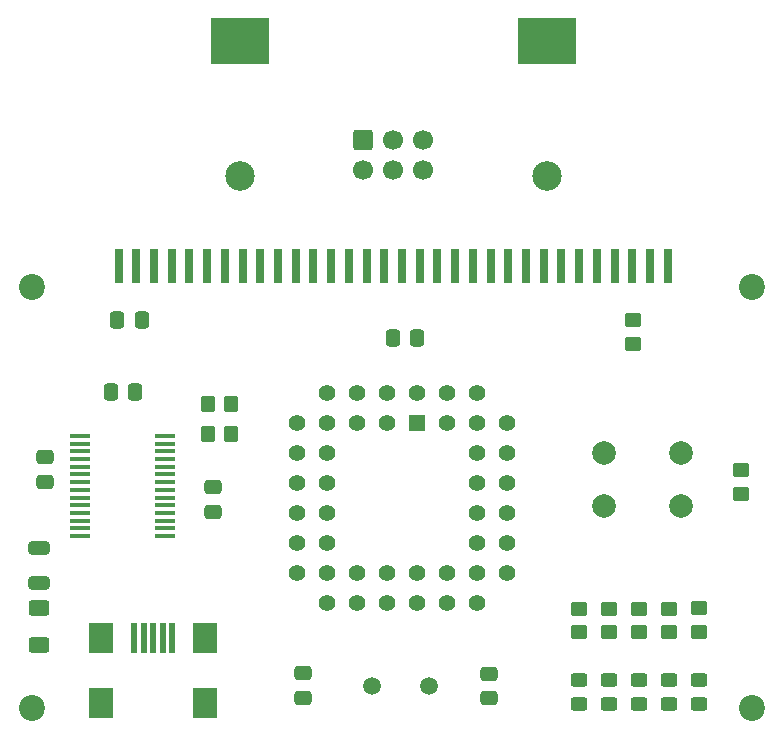
<source format=gbr>
%TF.GenerationSoftware,KiCad,Pcbnew,7.0.10*%
%TF.CreationDate,2024-03-24T11:08:13+01:00*%
%TF.ProjectId,dmg-gbc-cartridge-reader.kicad_pro,646d672d-6762-4632-9d63-617274726964,rev?*%
%TF.SameCoordinates,Original*%
%TF.FileFunction,Soldermask,Top*%
%TF.FilePolarity,Negative*%
%FSLAX46Y46*%
G04 Gerber Fmt 4.6, Leading zero omitted, Abs format (unit mm)*
G04 Created by KiCad (PCBNEW 7.0.10) date 2024-03-24 11:08:13*
%MOMM*%
%LPD*%
G01*
G04 APERTURE LIST*
G04 Aperture macros list*
%AMRoundRect*
0 Rectangle with rounded corners*
0 $1 Rounding radius*
0 $2 $3 $4 $5 $6 $7 $8 $9 X,Y pos of 4 corners*
0 Add a 4 corners polygon primitive as box body*
4,1,4,$2,$3,$4,$5,$6,$7,$8,$9,$2,$3,0*
0 Add four circle primitives for the rounded corners*
1,1,$1+$1,$2,$3*
1,1,$1+$1,$4,$5*
1,1,$1+$1,$6,$7*
1,1,$1+$1,$8,$9*
0 Add four rect primitives between the rounded corners*
20,1,$1+$1,$2,$3,$4,$5,0*
20,1,$1+$1,$4,$5,$6,$7,0*
20,1,$1+$1,$6,$7,$8,$9,0*
20,1,$1+$1,$8,$9,$2,$3,0*%
G04 Aperture macros list end*
%ADD10R,0.750000X3.000000*%
%ADD11C,2.500000*%
%ADD12R,5.000000X4.000000*%
%ADD13RoundRect,0.250000X-0.475000X0.337500X-0.475000X-0.337500X0.475000X-0.337500X0.475000X0.337500X0*%
%ADD14RoundRect,0.250000X-0.337500X-0.475000X0.337500X-0.475000X0.337500X0.475000X-0.337500X0.475000X0*%
%ADD15RoundRect,0.250000X0.337500X0.475000X-0.337500X0.475000X-0.337500X-0.475000X0.337500X-0.475000X0*%
%ADD16RoundRect,0.250000X-0.450000X0.350000X-0.450000X-0.350000X0.450000X-0.350000X0.450000X0.350000X0*%
%ADD17RoundRect,0.250000X0.350000X0.450000X-0.350000X0.450000X-0.350000X-0.450000X0.350000X-0.450000X0*%
%ADD18RoundRect,0.250000X0.450000X-0.350000X0.450000X0.350000X-0.450000X0.350000X-0.450000X-0.350000X0*%
%ADD19RoundRect,0.250000X0.450000X-0.325000X0.450000X0.325000X-0.450000X0.325000X-0.450000X-0.325000X0*%
%ADD20R,1.422400X1.422400*%
%ADD21C,1.422400*%
%ADD22C,1.500000*%
%ADD23R,1.750000X0.450000*%
%ADD24C,2.000000*%
%ADD25C,1.700000*%
%ADD26RoundRect,0.250000X-0.600000X0.600000X-0.600000X-0.600000X0.600000X-0.600000X0.600000X0.600000X0*%
%ADD27C,0.001000*%
%ADD28R,2.000000X2.500000*%
%ADD29R,0.500000X2.500000*%
%ADD30C,2.200000*%
%ADD31RoundRect,0.249999X-0.625001X0.400001X-0.625001X-0.400001X0.625001X-0.400001X0.625001X0.400001X0*%
%ADD32RoundRect,0.249999X0.650001X-0.325001X0.650001X0.325001X-0.650001X0.325001X-0.650001X-0.325001X0*%
G04 APERTURE END LIST*
D10*
%TO.C,U1*%
X39742000Y-43228000D03*
X41242000Y-43228000D03*
X42742000Y-43228000D03*
X44242000Y-43228000D03*
X45742000Y-43228000D03*
X47242000Y-43228000D03*
X48742000Y-43228000D03*
X50242000Y-43228000D03*
X51742000Y-43228000D03*
X53242000Y-43228000D03*
X54742000Y-43228000D03*
X56242000Y-43228000D03*
X57742000Y-43228000D03*
X59242000Y-43228000D03*
X60742000Y-43228000D03*
X62242000Y-43228000D03*
X63742000Y-43228000D03*
X65242000Y-43228000D03*
X66742000Y-43228000D03*
X68242000Y-43228000D03*
X69742000Y-43228000D03*
X71242000Y-43228000D03*
X72742000Y-43228000D03*
X74242000Y-43228000D03*
X75742000Y-43228000D03*
X77242000Y-43228000D03*
X78742000Y-43228000D03*
X80242000Y-43228000D03*
X81742000Y-43228000D03*
X83242000Y-43228000D03*
X84742000Y-43228000D03*
X86242000Y-43228000D03*
D11*
X75992000Y-35528000D03*
X49992000Y-35528000D03*
D12*
X75992000Y-24128000D03*
X49992000Y-24128000D03*
%TD*%
D13*
%TO.C,C7*%
X33528000Y-59393000D03*
X33528000Y-61468000D03*
%TD*%
%TO.C,C6*%
X47752000Y-61933000D03*
X47752000Y-64008000D03*
%TD*%
D14*
%TO.C,C5*%
X62949000Y-49276000D03*
X65024000Y-49276000D03*
%TD*%
D15*
%TO.C,C4*%
X41699000Y-47752000D03*
X39624000Y-47752000D03*
%TD*%
D13*
%TO.C,C3*%
X55372000Y-77681000D03*
X55372000Y-79756000D03*
%TD*%
%TO.C,C2*%
X71120000Y-77724000D03*
X71120000Y-79799000D03*
%TD*%
D15*
%TO.C,C1*%
X41148000Y-53848000D03*
X39073000Y-53848000D03*
%TD*%
D16*
%TO.C,R9*%
X88900000Y-72168000D03*
X88900000Y-74168000D03*
%TD*%
%TO.C,R8*%
X86360000Y-72200000D03*
X86360000Y-74200000D03*
%TD*%
%TO.C,R7*%
X78740000Y-72200000D03*
X78740000Y-74200000D03*
%TD*%
%TO.C,R6*%
X83820000Y-72200000D03*
X83820000Y-74200000D03*
%TD*%
%TO.C,R5*%
X81280000Y-72200000D03*
X81280000Y-74200000D03*
%TD*%
D17*
%TO.C,R4*%
X49276000Y-57404000D03*
X47276000Y-57404000D03*
%TD*%
%TO.C,R3*%
X49276000Y-54864000D03*
X47276000Y-54864000D03*
%TD*%
D18*
%TO.C,R2*%
X92456000Y-62452000D03*
X92456000Y-60452000D03*
%TD*%
%TO.C,R1*%
X83312000Y-49784000D03*
X83312000Y-47784000D03*
%TD*%
D19*
%TO.C,D5*%
X88900000Y-80264000D03*
X88900000Y-78214000D03*
%TD*%
%TO.C,D4*%
X86360000Y-78205000D03*
X86360000Y-80255000D03*
%TD*%
%TO.C,D3*%
X78740000Y-80255000D03*
X78740000Y-78205000D03*
%TD*%
%TO.C,D2*%
X83820000Y-80255000D03*
X83820000Y-78205000D03*
%TD*%
%TO.C,D1*%
X81280000Y-80255000D03*
X81280000Y-78205000D03*
%TD*%
D20*
%TO.C,U2*%
X65024000Y-56515000D03*
D21*
X62484000Y-53975000D03*
X62484000Y-56515000D03*
X59944000Y-53975000D03*
X59944000Y-56515000D03*
X57404000Y-53975000D03*
X54864000Y-56515000D03*
X57404000Y-56515000D03*
X54864000Y-59055000D03*
X57404000Y-59055000D03*
X54864000Y-61595000D03*
X57404000Y-61595000D03*
X54864000Y-64135000D03*
X57404000Y-64135000D03*
X54864000Y-66675000D03*
X57404000Y-66675000D03*
X54864000Y-69215000D03*
X57404000Y-71755000D03*
X57404000Y-69215000D03*
X59944000Y-71755000D03*
X59944000Y-69215000D03*
X62484000Y-71755000D03*
X62484000Y-69215000D03*
X65024000Y-71755000D03*
X65024000Y-69215000D03*
X67564000Y-71755000D03*
X67564000Y-69215000D03*
X70104000Y-71755000D03*
X72644000Y-69215000D03*
X70104000Y-69215000D03*
X72644000Y-66675000D03*
X70104000Y-66675000D03*
X72644000Y-64135000D03*
X70104000Y-64135000D03*
X72644000Y-61595000D03*
X70104000Y-61595000D03*
X72644000Y-59055000D03*
X70104000Y-59055000D03*
X72644000Y-56515000D03*
X70104000Y-53975000D03*
X70104000Y-56515000D03*
X67564000Y-53975000D03*
X67564000Y-56515000D03*
X65024000Y-53975000D03*
%TD*%
D22*
%TO.C,Y1*%
X61160000Y-78740000D03*
X66040000Y-78740000D03*
%TD*%
D23*
%TO.C,U3*%
X43688000Y-57590000D03*
X43688000Y-58240000D03*
X43688000Y-58890000D03*
X43688000Y-59540000D03*
X43688000Y-60190000D03*
X43688000Y-60840000D03*
X43688000Y-61490000D03*
X43688000Y-62140000D03*
X43688000Y-62790000D03*
X43688000Y-63440000D03*
X43688000Y-64090000D03*
X43688000Y-64740000D03*
X43688000Y-65390000D03*
X43688000Y-66040000D03*
X36488000Y-66040000D03*
X36488000Y-65390000D03*
X36488000Y-64740000D03*
X36488000Y-64090000D03*
X36488000Y-63440000D03*
X36488000Y-62790000D03*
X36488000Y-62140000D03*
X36488000Y-61490000D03*
X36488000Y-60840000D03*
X36488000Y-60190000D03*
X36488000Y-59540000D03*
X36488000Y-58890000D03*
X36488000Y-58240000D03*
X36488000Y-57590000D03*
%TD*%
D24*
%TO.C,SW1*%
X87376000Y-59000000D03*
X87376000Y-63500000D03*
X80876000Y-59000000D03*
X80876000Y-63500000D03*
%TD*%
D25*
%TO.C,J1*%
X65532000Y-35052000D03*
X62992000Y-35052000D03*
X60452000Y-35052000D03*
X65532000Y-32512000D03*
X62992000Y-32512000D03*
D26*
X60452000Y-32512000D03*
%TD*%
D27*
%TO.C,J2*%
X44872000Y-77260000D03*
X40472000Y-77260000D03*
D28*
X38272000Y-80160000D03*
X47072000Y-80160000D03*
X47072000Y-74660000D03*
X38272000Y-74660000D03*
D29*
X44272000Y-74660000D03*
X43472000Y-74660000D03*
X42672000Y-74660000D03*
X41872000Y-74660000D03*
X41072000Y-74660000D03*
%TD*%
D30*
%TO.C,H4*%
X32385000Y-44958000D03*
%TD*%
%TO.C,H3*%
X32385000Y-80645000D03*
%TD*%
%TO.C,H2*%
X93345000Y-44958000D03*
%TD*%
%TO.C,H1*%
X93345000Y-80645000D03*
%TD*%
D31*
%TO.C,F1*%
X33020000Y-75236000D03*
X33020000Y-72136000D03*
%TD*%
D32*
%TO.C,C8*%
X33020000Y-67056000D03*
X33020000Y-70006000D03*
%TD*%
M02*

</source>
